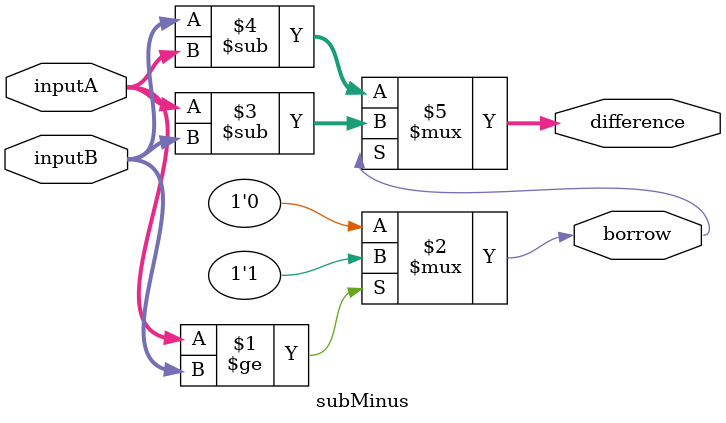
<source format=v>
module subMinus #(parameter N = 8 ) (inputA,inputB,difference,borrow);
input [N-1:0] inputA, inputB;
output [N-1:0] difference;
output borrow;

assign borrow = (inputA >= inputB)? 1'b1 : 1'b0;

assign difference = borrow? inputA - inputB : inputB - inputA;

endmodule
</source>
